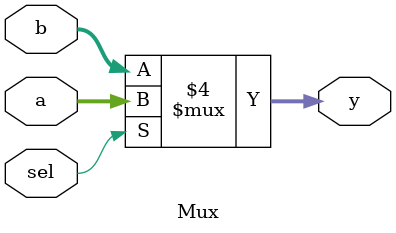
<source format=v>
`timescale 1ns / 1ps

module Mux #(parameter N = 32)( input wire [(N-1):0] a, input wire [(N-1):0] b, input wire sel, output reg [(N-1):0] y
    );
    
    always @* begin
    if(sel == 1)
     y = a;
    else
    y = b;
    
    end
endmodule

</source>
